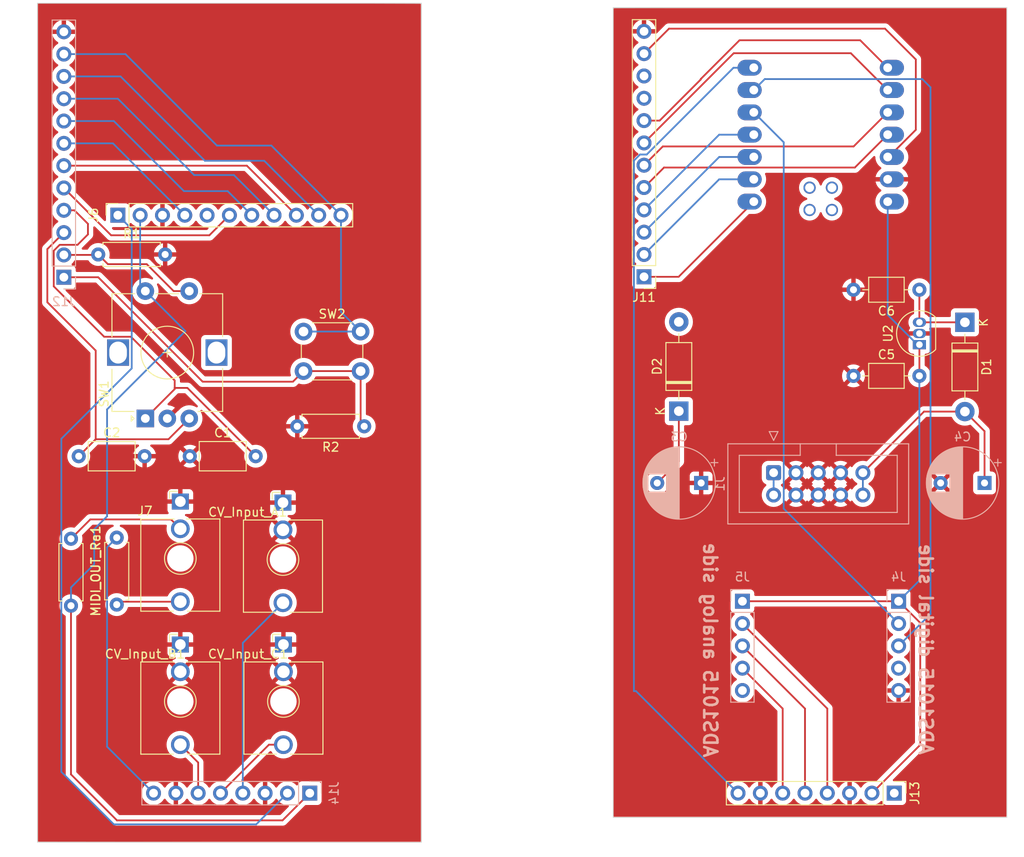
<source format=kicad_pcb>
(kicad_pcb (version 20221018) (generator pcbnew)
  (layers (0 "F.Cu" signal) (31 "B.Cu" signal) (34 "B.Paste" user) (35 "F.Paste" user) (36 "B.SilkS" user "B.Silkscreen") (37 "F.SilkS" user "F.Silkscreen") (38 "B.Mask" user) (39 "F.Mask" user) (44 "Edge.Cuts" user))
  (net 0 "")
  (net 1 "GND")
  (net 2 "+5V")
  (net 3 "i2c SDA")
  (net 4 "i2c SCL")
  (net 5 "ADS Interrupt")
  (net 6 "Net-(D2-K)")
  (net 7 "Net-(D1-A)")
  (net 8 "+12V")
  (net 9 "CV GND")
  (net 10 "A2 input Frontboard")
  (net 11 "A1 input Frontboard")
  (net 12 "-12V")
  (net 13 "A0 input Frontboard")
  (net 14 "TFT lit Backboard")
  (net 15 "SPI CLK Frontboard")
  (net 16 "MISO Frontboard")
  (net 17 "MOSI Frontboard")
  (net 18 "TFT CS Frontboard")
  (net 19 "TFT reset Frontboard")
  (net 20 "TFT DC Frontboard")
  (net 21 "SD CS Frontboard")
  (net 22 "TFT lit Frontboard")
  (net 23 "Net-(J7-PadT)")
  (net 24 "Back button Backboard")
  (net 25 "Encoder button Backboard")
  (net 26 "Encoder left Backboard")
  (net 27 "Encoder right Backboard")
  (net 28 "TFT CS Backboard")
  (net 29 "SPI CLK Backboard")
  (net 30 "TFT DC Backboard")
  (net 31 "MOSI Backboard")
  (net 32 "TFT reset Backboard")
  (net 33 "SD CS Backboard")
  (net 34 "Back button Frontboard")
  (net 35 "Encoder button Frontboard")
  (net 36 "Encoder left Frontboard")
  (net 37 "Encoder right Frontboard")
  (net 38 "A0 input Backboard")
  (net 39 "A1 input Backboard")
  (net 40 "A2 input Backboard")
  (net 41 "MIDI TX Backboard")
  (net 42 "MIDI TX Frontboard")
  (net 43 "Net-(J7-PadR)")
  (footprint "Package_TO_SOT_THT:TO-92_Inline" (layer "F.Cu") (at 158.2972 76.454 90)
    (fp_text reference "U2" (at 1.27 -3.56 90) (layer "F.SilkS"))
    (fp_text value "L78L05_TO92")
    (pad "1" thru_hole rect (at 0 0 90) (size 1.05 1.5) (drill 0.75) (layers "*.Cu" "*.Mask") (net 2 "+5V"))
    (pad "2" thru_hole oval (at 1.27 0 90) (size 1.05 1.5) (drill 0.75) (layers "*.Cu" "*.Mask") (net 1 "GND"))
    (pad "3" thru_hole oval (at 2.54 0 90) (size 1.05 1.5) (drill 0.75) (layers "*.Cu" "*.Mask") (net 8 "+12V"))
  )
  (footprint "Capacitor_THT:C_Axial_L5.1mm_D3.1mm_P7.50mm_Horizontal" (layer "F.Cu") (at 62.604 89.154)
    (fp_text reference "C2" (at 3.75 -2.67) (layer "F.SilkS"))
    (fp_text value "C_Small")
    (pad "1" thru_hole circle (at 0 0) (size 1.6 1.6) (drill 0.8) (layers "*.Cu" "*.Mask") (net 36 "Encoder left Frontboard"))
    (pad "2" thru_hole oval (at 7.5 0) (size 1.6 1.6) (drill 0.8) (layers "*.Cu" "*.Mask") (net 1 "GND"))
  )
  (footprint "Resistor_THT:R_Axial_DIN0207_L6.3mm_D2.5mm_P7.62mm_Horizontal" (layer "F.Cu") (at 95.0976 85.7504 180)
    (fp_text reference "R2" (at 3.81 -2.37) (layer "F.SilkS"))
    (fp_text value "10K")
    (pad "1" thru_hole circle (at 0 0 180) (size 1.6 1.6) (drill 0.8) (layers "*.Cu" "*.Mask") (net 34 "Back button Frontboard"))
    (pad "2" thru_hole oval (at 7.62 0 180) (size 1.6 1.6) (drill 0.8) (layers "*.Cu" "*.Mask") (net 1 "GND"))
  )
  (footprint "Resistor_THT:R_Axial_DIN0207_L6.3mm_D2.5mm_P7.62mm_Horizontal" (layer "F.Cu") (at 66.929 106.045 90)
    (fp_text reference "MIDI_OUT_Rc1" (at 3.81 -2.37 90) (layer "F.SilkS"))
    (fp_text value "10r")
    (pad "1" thru_hole circle (at 0 0 90) (size 1.6 1.6) (drill 0.8) (layers "*.Cu" "*.Mask") (net 23 "Net-(J7-PadT)"))
    (pad "2" thru_hole oval (at 7.62 0 90) (size 1.6 1.6) (drill 0.8) (layers "*.Cu" "*.Mask") (net 42 "MIDI TX Frontboard"))
  )
  (footprint "Connector_PinHeader_2.54mm:PinHeader_1x08_P2.54mm_Vertical" (layer "F.Cu") (at 155.433 127.508 -90)
    (fp_text reference "J13" (at 0 -2.33 90) (layer "F.SilkS"))
    (fp_text value "Backboard Conn 2")
    (pad "1" thru_hole rect (at 0 0 270) (size 1.7 1.7) (drill 1) (layers "*.Cu" "*.Mask") (net 14 "TFT lit Backboard"))
    (pad "2" thru_hole oval (at 0 2.54 270) (size 1.7 1.7) (drill 1) (layers "*.Cu" "*.Mask") (net 2 "+5V"))
    (pad "3" thru_hole oval (at 0 5.08 270) (size 1.7 1.7) (drill 1) (layers "*.Cu" "*.Mask") (net 1 "GND"))
    (pad "4" thru_hole oval (at 0 7.62 270) (size 1.7 1.7) (drill 1) (layers "*.Cu" "*.Mask") (net 38 "A0 input Backboard"))
    (pad "5" thru_hole oval (at 0 10.16 270) (size 1.7 1.7) (drill 1) (layers "*.Cu" "*.Mask") (net 39 "A1 input Backboard"))
    (pad "6" thru_hole oval (at 0 12.7 270) (size 1.7 1.7) (drill 1) (layers "*.Cu" "*.Mask") (net 40 "A2 input Backboard"))
    (pad "7" thru_hole oval (at 0 15.24 270) (size 1.7 1.7) (drill 1) (layers "*.Cu" "*.Mask") (net 1 "GND"))
    (pad "8" thru_hole oval (at 0 17.78 270) (size 1.7 1.7) (drill 1) (layers "*.Cu" "*.Mask") (net 41 "MIDI TX Backboard"))
  )
  (footprint "Resistor_THT:R_Axial_DIN0207_L6.3mm_D2.5mm_P7.62mm_Horizontal" (layer "F.Cu") (at 61.722 98.552 -90)
    (fp_text reference "MIDI_OUT_Ra1" (at 3.6576 -2.794 90) (layer "F.SilkS"))
    (fp_text value "33r")
    (pad "1" thru_hole circle (at 0 0 270) (size 1.6 1.6) (drill 0.8) (layers "*.Cu" "*.Mask") (net 43 "Net-(J7-PadR)"))
    (pad "2" thru_hole oval (at 7.62 0 270) (size 1.6 1.6) (drill 0.8) (layers "*.Cu" "*.Mask") (net 14 "TFT lit Backboard"))
  )
  (footprint "Button_Switch_THT:SW_PUSH_6mm_H13mm" (layer "F.Cu") (at 88.19 74.966)
    (fp_text reference "SW2" (at 3.25 -2) (layer "F.SilkS"))
    (fp_text value "Back button")
    (pad "1" thru_hole circle (at 0 0 90) (size 2 2) (drill 1.1) (layers "*.Cu" "*.Mask") (net 22 "TFT lit Frontboard"))
    (pad "1" thru_hole circle (at 6.5 0 90) (size 2 2) (drill 1.1) (layers "*.Cu" "*.Mask") (net 22 "TFT lit Frontboard"))
    (pad "2" thru_hole circle (at 0 4.5 90) (size 2 2) (drill 1.1) (layers "*.Cu" "*.Mask") (net 34 "Back button Frontboard"))
    (pad "2" thru_hole circle (at 6.5 4.5 90) (size 2 2) (drill 1.1) (layers "*.Cu" "*.Mask") (net 34 "Back button Frontboard"))
  )
  (footprint "Diode_THT:D_DO-41_SOD81_P10.16mm_Horizontal" (layer "F.Cu") (at 163.4744 73.914 -90)
    (fp_text reference "D1" (at 5.08 -2.47 90) (layer "F.SilkS"))
    (fp_text value "1N5817")
    (fp_text user "K" (at 0 -2.1 90) (layer "F.SilkS"))
    (pad "1" thru_hole rect (at 0 0 270) (size 2.2 2.2) (drill 1.1) (layers "*.Cu" "*.Mask") (net 8 "+12V"))
    (pad "2" thru_hole oval (at 10.16 0 270) (size 2.2 2.2) (drill 1.1) (layers "*.Cu" "*.Mask") (net 7 "Net-(D1-A)"))
  )
  (footprint "Rotary_Encoder:RotaryEncoder_Alps_EC12E-Switch_Vertical_H20mm" (layer "F.Cu") (at 70.184 84.858 90)
    (fp_text reference "SW1" (at 2.8 -4.7 90) (layer "F.SilkS"))
    (fp_text value "RotaryEncoder_Switch")
    (pad "A" thru_hole rect (at 0 0 90) (size 2 2) (drill 1) (layers "*.Cu" "*.Mask") (net 37 "Encoder right Frontboard"))
    (pad "B" thru_hole circle (at 0 5 90) (size 2 2) (drill 1) (layers "*.Cu" "*.Mask") (net 36 "Encoder left Frontboard"))
    (pad "C" thru_hole circle (at 0 2.5 90) (size 2 2) (drill 1) (layers "*.Cu" "*.Mask") (net 1 "GND"))
    (pad "MP" thru_hole rect (at 7.5 -3.1 90) (size 3 2.5) (drill oval 2.5 2) (layers "*.Cu" "*.Mask"))
    (pad "MP" thru_hole rect (at 7.5 8.1 90) (size 3 2.5) (drill oval 2.5 2) (layers "*.Cu" "*.Mask"))
    (pad "S1" thru_hole circle (at 14.5 0 90) (size 2 2) (drill 1) (layers "*.Cu" "*.Mask") (net 14 "TFT lit Backboard"))
    (pad "S2" thru_hole circle (at 14.5 5 90) (size 2 2) (drill 1) (layers "*.Cu" "*.Mask") (net 35 "Encoder button Frontboard"))
  )
  (footprint "Connector_Audio:Jack_3.5mm_QingPu_WQP-PJ398SM_Vertical_CircularHoles" (layer "F.Cu") (at 85.852 94.436)
    (fp_text reference "CV_Input_A1" (at -4.03 1.08 180) (layer "F.SilkS"))
    (fp_text value "AudioJack2_SwitchT")
    (pad "S" thru_hole rect (at 0 0 180) (size 1.93 1.83) (drill 1.22) (layers "*.Cu" "*.Mask") (net 1 "GND"))
    (pad "T" thru_hole circle (at 0 11.4 180) (size 2.13 2.13) (drill 1.43) (layers "*.Cu" "*.Mask") (net 13 "A0 input Frontboard"))
    (pad "TN" thru_hole circle (at 0 3.1 180) (size 2.13 2.13) (drill 1.42) (layers "*.Cu" "*.Mask") (net 1 "GND"))
    (zone (net 0) (net_name "") (layer "F.Cu") (connect_pads (clearance 0)) (min_thickness 0.254)
      (keepout (tracks not_allowed) (vias not_allowed) (pads not_allowed) (copperpour not_allowed) (footprints not_allowed))
      (fill (thermal_gap 0.508) (thermal_bridge_width 0.508))
      (polygon (pts (xy 87.357141 100.916) (xy 87.33693 100.670171) (xy 87.276841 100.430945) (xy 87.178486 100.204744) (xy 87.044508 99.997645) (xy 86.878504 99.81521) (xy 86.684932 99.662336) (xy 86.468992 99.543131) (xy 86.236482 99.460794) (xy 85.993646 99.417539) (xy 85.747007 99.414525) (xy 85.503187 99.451835) (xy 85.268734 99.528466) (xy 85.049946 99.64236) (xy 84.852697 99.790458) (xy 84.682286 99.968784) (xy 84.543288 100.172548) (xy 84.439436 100.396278) (xy 84.373519 100.633965) (xy 84.347308 100.879226) (xy 84.361507 101.125475) (xy 84.415734 101.366099) (xy 84.508532 101.594634) (xy 84.637411 101.804945) (xy 84.798908 101.991382) (xy 84.988687 102.148939) (xy 85.20165 102.273385) (xy 85.432079 102.361377) (xy 85.673785 102.410553) (xy 85.920278 102.419592) (xy 86.164936 102.38825) (xy 86.401191 102.31737) (xy 86.622697 102.208856) (xy 86.823505 102.065621) (xy 86.998223 101.891512) (xy 87.142158 101.691205) (xy 87.251445 101.470079) (xy 87.323149 101.234074) (xy 87.355344 100.989526)))
    )
  )
  (footprint "Capacitor_THT:C_Axial_L3.8mm_D2.6mm_P7.50mm_Horizontal" (layer "F.Cu") (at 150.7928 80.01)
    (fp_text reference "C5" (at 3.75 -2.42) (layer "F.SilkS"))
    (fp_text value "1uF")
    (pad "1" thru_hole circle (at 0 0) (size 1.6 1.6) (drill 0.8) (layers "*.Cu" "*.Mask") (net 1 "GND"))
    (pad "2" thru_hole oval (at 7.5 0) (size 1.6 1.6) (drill 0.8) (layers "*.Cu" "*.Mask") (net 2 "+5V"))
  )
  (footprint "Connector_PinSocket_2.54mm:PinSocket_1x11_P2.54mm_Vertical" (layer "F.Cu") (at 67.056 61.722 90)
    (fp_text reference "J6" (at 0 -2.77 90) (layer "F.SilkS"))
    (fp_text value "TFT ST7789")
    (pad "1" thru_hole rect (at 0 0 90) (size 1.7 1.7) (drill 1) (layers "*.Cu" "*.Mask") (net 2 "+5V"))
    (pad "2" thru_hole oval (at 0 2.54 90) (size 1.7 1.7) (drill 1) (layers "*.Cu" "*.Mask") (net 14 "TFT lit Backboard"))
    (pad "3" thru_hole oval (at 0 5.08 90) (size 1.7 1.7) (drill 1) (layers "*.Cu" "*.Mask") (net 1 "GND"))
    (pad "4" thru_hole oval (at 0 7.62 90) (size 1.7 1.7) (drill 1) (layers "*.Cu" "*.Mask") (net 15 "SPI CLK Frontboard"))
    (pad "5" thru_hole oval (at 0 10.16 90) (size 1.7 1.7) (drill 1) (layers "*.Cu" "*.Mask") (net 16 "MISO Frontboard"))
    (pad "6" thru_hole oval (at 0 12.7 90) (size 1.7 1.7) (drill 1) (layers "*.Cu" "*.Mask") (net 17 "MOSI Frontboard"))
    (pad "7" thru_hole oval (at 0 15.24 90) (size 1.7 1.7) (drill 1) (layers "*.Cu" "*.Mask") (net 18 "TFT CS Frontboard"))
    (pad "8" thru_hole oval (at 0 17.78 90) (size 1.7 1.7) (drill 1) (layers "*.Cu" "*.Mask") (net 19 "TFT reset Frontboard"))
    (pad "9" thru_hole oval (at 0 20.32 90) (size 1.7 1.7) (drill 1) (layers "*.Cu" "*.Mask") (net 20 "TFT DC Frontboard"))
    (pad "10" thru_hole oval (at 0 22.86 90) (size 1.7 1.7) (drill 1) (layers "*.Cu" "*.Mask") (net 21 "SD CS Frontboard"))
    (pad "11" thru_hole oval (at 0 25.4 90) (size 1.7 1.7) (drill 1) (layers "*.Cu" "*.Mask") (net 22 "TFT lit Frontboard"))
  )
  (footprint "Connector_PinHeader_2.54mm:PinHeader_1x12_P2.54mm_Vertical" (layer "F.Cu") (at 126.9492 68.7324 180)
    (fp_text reference "J11" (at 0 -2.33) (layer "F.SilkS"))
    (fp_text value "Backboard Conn 1")
    (pad "1" thru_hole rect (at 0 0 180) (size 1.7 1.7) (drill 1) (layers "*.Cu" "*.Mask") (net 24 "Back button Backboard"))
    (pad "2" thru_hole oval (at 0 2.54 180) (size 1.7 1.7) (drill 1) (layers "*.Cu" "*.Mask") (net 25 "Encoder button Backboard"))
    (pad "3" thru_hole oval (at 0 5.08 180) (size 1.7 1.7) (drill 1) (layers "*.Cu" "*.Mask") (net 26 "Encoder left Backboard"))
    (pad "4" thru_hole oval (at 0 7.62 180) (size 1.7 1.7) (drill 1) (layers "*.Cu" "*.Mask") (net 27 "Encoder right Backboard"))
    (pad "5" thru_hole oval (at 0 10.16 180) (size 1.7 1.7) (drill 1) (layers "*.Cu" "*.Mask") (net 31 "MOSI Backboard"))
    (pad "6" thru_hole oval (at 0 12.7 180) (size 1.7 1.7) (drill 1) (layers "*.Cu" "*.Mask") (net 30 "TFT DC Backboard"))
    (pad "7" thru_hole oval (at 0 15.24 180) (size 1.7 1.7) (drill 1) (layers "*.Cu" "*.Mask") (net 29 "SPI CLK Backboard"))
    (pad "8" thru_hole oval (at 0 17.78 180) (size 1.7 1.7) (drill 1) (layers "*.Cu" "*.Mask") (net 28 "TFT CS Backboard"))
    (pad "9" thru_hole oval (at 0 20.32 180) (size 1.7 1.7) (drill 1) (layers "*.Cu" "*.Mask") (net 32 "TFT reset Backboard"))
    (pad "10" thru_hole oval (at 0 22.86 180) (size 1.7 1.7) (drill 1) (layers "*.Cu" "*.Mask") (net 33 "SD CS Backboard"))
    (pad "11" thru_hole oval (at 0 25.4 180) (size 1.7 1.7) (drill 1) (layers "*.Cu" "*.Mask") (net 14 "TFT lit Backboard"))
    (pad "12" thru_hole oval (at 0 27.94 180) (size 1.7 1.7) (drill 1) (layers "*.Cu" "*.Mask") (net 1 "GND"))
  )
  (footprint "Connector_Audio:Jack_3.5mm_QingPu_WQP-PJ398SM_Vertical_CircularHoles" (layer "F.Cu") (at 85.9028 110.5916)
    (fp_text reference "CV_Input_C1" (at -4.03 1.08 180) (layer "F.SilkS"))
    (fp_text value "AudioJack2_SwitchT")
    (pad "S" thru_hole rect (at 0 0 180) (size 1.93 1.83) (drill 1.22) (layers "*.Cu" "*.Mask") (net 1 "GND"))
    (pad "T" thru_hole circle (at 0 11.4 180) (size 2.13 2.13) (drill 1.43) (layers "*.Cu" "*.Mask") (net 11 "A1 input Frontboard"))
    (pad "TN" thru_hole circle (at 0 3.1 180) (size 2.13 2.13) (drill 1.42) (layers "*.Cu" "*.Mask") (net 1 "GND"))
    (zone (net 0) (net_name "") (layer "F.Cu") (connect_pads (clearance 0)) (min_thickness 0.254)
      (keepout (tracks not_allowed) (vias not_allowed) (pads not_allowed) (copperpour not_allowed) (footprints not_allowed))
      (fill (thermal_gap 0.508) (thermal_bridge_width 0.508))
      (polygon (pts (xy 87.407941 117.0716) (xy 87.38773 116.825771) (xy 87.327641 116.586545) (xy 87.229286 116.360344) (xy 87.095308 116.153245) (xy 86.929304 115.97081) (xy 86.735732 115.817936) (xy 86.519792 115.698731) (xy 86.287282 115.616394) (xy 86.044446 115.573139) (xy 85.797807 115.570125) (xy 85.553987 115.607435) (xy 85.319534 115.684066) (xy 85.100746 115.79796) (xy 84.903497 115.946058) (xy 84.733086 116.124384) (xy 84.594088 116.328148) (xy 84.490236 116.551878) (xy 84.424319 116.789565) (xy 84.398108 117.034826) (xy 84.412307 117.281075) (xy 84.466534 117.521699) (xy 84.559332 117.750234) (xy 84.688211 117.960545) (xy 84.849708 118.146982) (xy 85.039487 118.304539) (xy 85.25245 118.428985) (xy 85.482879 118.516977) (xy 85.724585 118.566153) (xy 85.971078 118.575192) (xy 86.215736 118.54385) (xy 86.451991 118.47297) (xy 86.673497 118.364456) (xy 86.874305 118.221221) (xy 87.049023 118.047112) (xy 87.192958 117.846805) (xy 87.302245 117.625679) (xy 87.373949 117.389674) (xy 87.406144 117.145126)))
    )
  )
  (footprint "Capacitor_THT:C_Axial_L5.1mm_D3.1mm_P7.50mm_Horizontal" (layer "F.Cu") (at 75.244 89.154)
    (fp_text reference "C1" (at 3.75 -2.67) (layer "F.SilkS"))
    (fp_text value "C_Small")
    (pad "1" thru_hole circle (at 0 0) (size 1.6 1.6) (drill 0.8) (layers "*.Cu" "*.Mask") (net 1 "GND"))
    (pad "2" thru_hole oval (at 7.5 0) (size 1.6 1.6) (drill 0.8) (layers "*.Cu" "*.Mask") (net 37 "Encoder right Frontboard"))
  )
  (footprint "doctea:Jack_3.5mm_QingPu_WQP-PJ398SM_TRS_Vertical_CircularHoles" (layer "F.Cu") (at 74.168 94.316)
    (fp_text reference "J7" (at -4.03 1.08 180) (layer "F.SilkS"))
    (fp_text value "TRS MIDI Out")
    (pad "R" thru_hole circle (at 0 3.1 180) (size 2.13 2.13) (drill 1.42) (layers "*.Cu" "*.Mask") (net 43 "Net-(J7-PadR)"))
    (pad "S" thru_hole rect (at 0 0 180) (size 1.93 1.83) (drill 1.22) (layers "*.Cu" "*.Mask") (net 1 "GND"))
    (pad "T" thru_hole circle (at 0 11.4 180) (size 2.13 2.13) (drill 1.43) (layers "*.Cu" "*.Mask") (net 23 "Net-(J7-PadT)"))
    (zone (net 0) (net_name "") (layer "F.Cu") (connect_pads (clearance 0)) (min_thickness 0.254)
      (keepout (tracks not_allowed) (vias not_allowed) (pads not_allowed) (copperpour not_allowed) (footprints not_allowed))
      (fill (thermal_gap 0.508) (thermal_bridge_width 0.508))
      (polygon (pts (xy 75.673141 100.796) (xy 75.65293 100.550171) (xy 75.592841 100.310945) (xy 75.494486 100.084744) (xy 75.360508 99.877645) (xy 75.194504 99.69521) (xy 75.000932 99.542336) (xy 74.784992 99.423131) (xy 74.552482 99.340794) (xy 74.309646 99.297539) (xy 74.063007 99.294525) (xy 73.819187 99.331835) (xy 73.584734 99.408466) (xy 73.365946 99.52236) (xy 73.168697 99.670458) (xy 72.998286 99.848784) (xy 72.859288 100.052548) (xy 72.755436 100.276278) (xy 72.689519 100.513965) (xy 72.663308 100.759226) (xy 72.677507 101.005475) (xy 72.731734 101.246099) (xy 72.824532 101.474634) (xy 72.953411 101.684945) (xy 73.114908 101.871382) (xy 73.304687 102.028939) (xy 73.51765 102.153385) (xy 73.748079 102.241377) (xy 73.989785 102.290553) (xy 74.236278 102.299592) (xy 74.480936 102.26825) (xy 74.717191 102.19737) (xy 74.938697 102.088856) (xy 75.139505 101.945621) (xy 75.314223 101.771512) (xy 75.458158 101.571205) (xy 75.567445 101.350079) (xy 75.639149 101.114074) (xy 75.671344 100.869526)))
    )
  )
  (footprint "Resistor_THT:R_Axial_DIN0207_L6.3mm_D2.5mm_P7.62mm_Horizontal" (layer "F.Cu") (at 64.8208 66.1924)
    (fp_text reference "R1" (at 3.81 -2.37) (layer "F.SilkS"))
    (fp_text value "10K")
    (pad "1" thru_hole circle (at 0 0) (size 1.6 1.6) (drill 0.8) (layers "*.Cu" "*.Mask") (net 35 "Encoder button Frontboard"))
    (pad "2" thru_hole oval (at 7.62 0) (size 1.6 1.6) (drill 0.8) (layers "*.Cu" "*.Mask") (net 1 "GND"))
  )
  (footprint "Capacitor_THT:C_Axial_L3.8mm_D2.6mm_P7.50mm_Horizontal" (layer "F.Cu") (at 158.2928 70.2056 180)
    (fp_text reference "C6" (at 3.75 -2.42) (layer "F.SilkS"))
    (fp_text value "10uF")
    (pad "1" thru_hole circle (at 0 0 180) (size 1.6 1.6) (drill 0.8) (layers "*.Cu" "*.Mask") (net 8 "+12V"))
    (pad "2" thru_hole oval (at 7.5 0 180) (size 1.6 1.6) (drill 0.8) (layers "*.Cu" "*.Mask") (net 1 "GND"))
  )
  (footprint "Connector_Audio:Jack_3.5mm_QingPu_WQP-PJ398SM_Vertical_CircularHoles" (layer "F.Cu") (at 74.168 110.5916)
    (fp_text reference "CV_Input_B1" (at -4.03 1.08 180) (layer "F.SilkS"))
    (fp_text value "AudioJack2_SwitchT")
    (pad "S" thru_hole rect (at 0 0 180) (size 1.93 1.83) (drill 1.22) (layers "*.Cu" "*.Mask") (net 1 "GND"))
    (pad "T" thru_hole circle (at 0 11.4 180) (size 2.13 2.13) (drill 1.43) (layers "*.Cu" "*.Mask") (net 10 "A2 input Frontboard"))
    (pad "TN" thru_hole circle (at 0 3.1 180) (size 2.13 2.13) (drill 1.42) (layers "*.Cu" "*.Mask") (net 1 "GND"))
    (zone (net 0) (net_name "") (layer "F.Cu") (connect_pads (clearance 0)) (min_thickness 0.254)
      (keepout (tracks not_allowed) (vias not_allowed) (pads not_allowed) (copperpour not_allowed) (footprints not_allowed))
      (fill (thermal_gap 0.508) (thermal_bridge_width 0.508))
      (polygon (pts (xy 75.673141 117.0716) (xy 75.65293 116.825771) (xy 75.592841 116.586545) (xy 75.494486 116.360344) (xy 75.360508 116.153245) (xy 75.194504 115.97081) (xy 75.000932 115.817936) (xy 74.784992 115.698731) (xy 74.552482 115.616394) (xy 74.309646 115.573139) (xy 74.063007 115.570125) (xy 73.819187 115.607435) (xy 73.584734 115.684066) (xy 73.365946 115.79796) (xy 73.168697 115.946058) (xy 72.998286 116.124384) (xy 72.859288 116.328148) (xy 72.755436 116.551878) (xy 72.689519 116.789565) (xy 72.663308 117.034826) (xy 72.677507 117.281075) (xy 72.731734 117.521699) (xy 72.824532 117.750234) (xy 72.953411 117.960545) (xy 73.114908 118.146982) (xy 73.304687 118.304539) (xy 73.51765 118.428985) (xy 73.748079 118.516977) (xy 73.989785 118.566153) (xy 74.236278 118.575192) (xy 74.480936 118.54385) (xy 74.717191 118.47297) (xy 74.938697 118.364456) (xy 75.139505 118.221221) (xy 75.314223 118.047112) (xy 75.458158 117.846805) (xy 75.567445 117.625679) (xy 75.639149 117.389674) (xy 75.671344 117.145126)))
    )
  )
  (footprint "Diode_THT:D_DO-41_SOD81_P10.16mm_Horizontal" (layer "F.Cu") (at 130.9116 84.0232 90)
    (fp_text reference "D2" (at 5.08 -2.47 90) (layer "F.SilkS"))
    (fp_text value "1N5817")
    (fp_text user "K" (at 0 -2.1 90) (layer "F.SilkS"))
    (pad "1" thru_hole rect (at 0 0 90) (size 2.2 2.2) (drill 1.1) (layers "*.Cu" "*.Mask") (net 6 "Net-(D2-K)"))
    (pad "2" thru_hole oval (at 10.16 0 90) (size 2.2 2.2) (drill 1.1) (layers "*.Cu" "*.Mask") (net 12 "-12V"))
  )
  (footprint "Connector_PinSocket_2.54mm:PinSocket_1x05_P2.54mm_Vertical" (layer "B.Cu") (at 155.9302 105.664 180)
    (fp_text reference "J4" (at 0 2.77) (layer "B.SilkS") (effects (justify mirror)))
    (fp_text value "ADS1015 digital side")
    (pad "1" thru_hole rect (at 0 0 180) (size 1.7 1.7) (drill 1) (layers "*.Cu" "*.Mask") (net 2 "+5V"))
    (pad "2" thru_hole oval (at 0 -2.54 180) (size 1.7 1.7) (drill 1) (layers "*.Cu" "*.Mask") (net 3 "i2c SDA"))
    (pad "3" thru_hole oval (at 0 -5.08 180) (size 1.7 1.7) (drill 1) (layers "*.Cu" "*.Mask") (net 4 "i2c SCL"))
    (pad "4" thru_hole oval (at 0 -7.62 180) (size 1.7 1.7) (drill 1) (layers "*.Cu" "*.Mask") (net 5 "ADS Interrupt"))
    (pad "5" thru_hole oval (at 0 -10.16 180) (size 1.7 1.7) (drill 1) (layers "*.Cu" "*.Mask") (net 1 "GND"))
  )
  (footprint "Capacitor_THT:CP_Radial_D8.0mm_P5.00mm" (layer "B.Cu") (at 165.7096 92.202 180)
    (fp_text reference "C4" (at 2.5 5.25) (layer "B.SilkS") (effects (justify mirror)))
    (fp_text value "C_Polarized_Small")
    (pad "1" thru_hole rect (at 0 0 180) (size 1.6 1.6) (drill 0.8) (layers "*.Cu" "*.Mask") (net 7 "Net-(D1-A)"))
    (pad "2" thru_hole circle (at 5 0 180) (size 1.6 1.6) (drill 0.8) (layers "*.Cu" "*.Mask") (net 1 "GND"))
  )
  (footprint "Connector_PinSocket_2.54mm:PinSocket_1x12_P2.54mm_Vertical" (layer "B.Cu") (at 60.9092 68.7832)
    (fp_text reference "J12" (at 0 2.77) (layer "B.SilkS") (effects (justify mirror)))
    (fp_text value "Frontboard Conn 1")
    (pad "1" thru_hole rect (at 0 0) (size 1.7 1.7) (drill 1) (layers "*.Cu" "*.Mask") (net 34 "Back button Frontboard"))
    (pad "2" thru_hole oval (at 0 -2.54) (size 1.7 1.7) (drill 1) (layers "*.Cu" "*.Mask") (net 35 "Encoder button Frontboard"))
    (pad "3" thru_hole oval (at 0 -5.08) (size 1.7 1.7) (drill 1) (layers "*.Cu" "*.Mask") (net 36 "Encoder left Frontboard"))
    (pad "4" thru_hole oval (at 0 -7.62) (size 1.7 1.7) (drill 1) (layers "*.Cu" "*.Mask") (net 37 "Encoder right Frontboard"))
    (pad "5" thru_hole oval (at 0 -10.16) (size 1.7 1.7) (drill 1) (layers "*.Cu" "*.Mask") (net 17 "MOSI Frontboard"))
    (pad "6" thru_hole oval (at 0 -12.7) (size 1.7 1.7) (drill 1) (layers "*.Cu" "*.Mask") (net 20 "TFT DC Frontboard"))
    (pad "7" thru_hole oval (at 0 -15.24) (size 1.7 1.7) (drill 1) (layers "*.Cu" "*.Mask") (net 15 "SPI CLK Frontboard"))
    (pad "8" thru_hole oval (at 0 -17.78) (size 1.7 1.7) (drill 1) (layers "*.Cu" "*.Mask") (net 18 "TFT CS Frontboard"))
    (pad "9" thru_hole oval (at 0 -20.32) (size 1.7 1.7) (drill 1) (layers "*.Cu" "*.Mask") (net 19 "TFT reset Frontboard"))
    (pad "10" thru_hole oval (at 0 -22.86) (size 1.7 1.7) (drill 1) (layers "*.Cu" "*.Mask") (net 21 "SD CS Frontboard"))
    (pad "11" thru_hole oval (at 0 -25.4) (size 1.7 1.7) (drill 1) (layers "*.Cu" "*.Mask") (net 22 "TFT lit Frontboard"))
    (pad "12" thru_hole oval (at 0 -27.94) (size 1.7 1.7) (drill 1) (layers "*.Cu" "*.Mask") (net 1 "GND"))
  )
  (footprint "Connector_PinSocket_2.54mm:PinSocket_1x08_P2.54mm_Vertical" (layer "B.Cu") (at 88.9 127.508 90)
    (fp_text reference "J14" (at 0 2.77 90) (layer "B.SilkS") (effects (justify mirror)))
    (fp_text value "Frontboard Conn 2")
    (pad "1" thru_hole rect (at 0 0 90) (size 1.7 1.7) (drill 1) (layers "*.Cu" "*.Mask") (net 14 "TFT lit Backboard"))
    (pad "2" thru_hole oval (at 0 -2.54 90) (size 1.7 1.7) (drill 1) (layers "*.Cu" "*.Mask") (net 2 "+5V"))
    (pad "3" thru_hole oval (at 0 -5.08 90) (size 1.7 1.7) (drill 1) (layers "*.Cu" "*.Mask") (net 1 "GND"))
    (pad "4" thru_hole oval (at 0 -7.62 90) (size 1.7 1.7) (drill 1) (layers "*.Cu" "*.Mask") (net 13 "A0 input Frontboard"))
    (pad "5" thru_hole oval (at 0 -10.16 90) (size 1.7 1.7) (drill 1) (layers "*.Cu" "*.Mask") (net 11 "A1 input Frontboard"))
    (pad "6" thru_hole oval (at 0 -12.7 90) (size 1.7 1.7) (drill 1) (layers "*.Cu" "*.Mask") (net 10 "A2 input Frontboard"))
    (pad "7" thru_hole oval (at 0 -15.24 90) (size 1.7 1.7) (drill 1) (layers "*.Cu" "*.Mask") (net 1 "GND"))
    (pad "8" thru_hole oval (at 0 -17.78 90) (size 1.7 1.7) (drill 1) (layers "*.Cu" "*.Mask") (net 42 "MIDI TX Frontboard"))
  )
  (footprint "Connector_PinSocket_2.54mm:PinSocket_1x05_P2.54mm_Vertical" (layer "B.Cu") (at 138.1502 105.664 180)
    (fp_text reference "J5" (at 0 2.77) (layer "B.SilkS") (effects (justify mirror)))
    (fp_text value "ADS1015 analog side")
    (pad "1" thru_hole rect (at 0 0 180) (size 1.7 1.7) (drill 1) (layers "*.Cu" "*.Mask") (net 2 "+5V"))
    (pad "2" thru_hole oval (at 0 -2.54 180) (size 1.7 1.7) (drill 1) (layers "*.Cu" "*.Mask") (net 38 "A0 input Backboard"))
    (pad "3" thru_hole oval (at 0 -5.08 180) (size 1.7 1.7) (drill 1) (layers "*.Cu" "*.Mask") (net 39 "A1 input Backboard"))
    (pad "4" thru_hole oval (at 0 -7.62 180) (size 1.7 1.7) (drill 1) (layers "*.Cu" "*.Mask") (net 40 "A2 input Backboard"))
    (pad "5" thru_hole oval (at 0 -10.16 180) (size 1.7 1.7) (drill 1) (layers "*.Cu" "*.Mask") (net 9 "CV GND"))
  )
  (footprint "Seeeduino XIAO KICAD:xiao-tht" (layer "B.Cu") (at 147.066 52.555494)
    (fp_text reference "U1" hide)
    (fp_text value "SeeeduinoXIAO" hide)
    (pad "1" thru_hole oval (at -7.62 7.62) (size 2.75 1.8) (drill 1 (offset -0.475 0)) (layers "*.Cu" "*.Mask") (net 24 "Back button Backboard"))
    (pad "2" thru_hole oval (at -7.62 5.08) (size 2.75 1.8) (drill 1 (offset -0.475 0)) (layers "*.Cu" "*.Mask") (net 25 "Encoder button Backboard"))
    (pad "3" thru_hole oval (at -7.62 2.54) (size 2.75 1.8) (drill 1 (offset -0.475 0)) (layers "*.Cu" "*.Mask") (net 26 "Encoder left Backboard"))
    (pad "4" thru_hole oval (at -7.62 0) (size 2.75 1.8) (drill 1 (offset -0.475 0)) (layers "*.Cu" "*.Mask") (net 27 "Encoder right Backboard"))
    (pad "5" thru_hole oval (at -7.62 -2.54) (size 2.75 1.8) (drill 1 (offset -0.475 0)) (layers "*.Cu" "*.Mask") (net 3 "i2c SDA"))
    (pad "6" thru_hole oval (at -7.62 -5.08) (size 2.75 1.8) (drill 1 (offset -0.475 0)) (layers "*.Cu" "*.Mask") (net 4 "i2c SCL"))
    (pad "7" thru_hole oval (at -7.62 -7.62) (size 2.75 1.8) (drill 1 (offset -0.475 0)) (layers "*.Cu" "*.Mask") (net 41 "MIDI TX Backboard"))
    (pad "8" thru_hole oval (at 7.62 -7.62 180) (size 2.75 1.8) (drill 1 (offset -0.475 0)) (layers "*.Cu" "*.Mask") (net 28 "TFT CS Backboard"))
    (pad "9" thru_hole oval (at 7.62 -5.08 180) (size 2.75 1.8) (drill 1 (offset -0.475 0)) (layers "*.Cu" "*.Mask") (net 29 "SPI CLK Backboard"))
    (pad "10" thru_hole oval (at 7.62 -2.54 180) (size 2.75 1.8) (drill 1 (offset -0.475 0)) (layers "*.Cu" "*.Mask") (net 30 "TFT DC Backboard"))
    (pad "11" thru_hole oval (at 7.62 0 180) (size 2.75 1.8) (drill 1 (offset -0.475 0)) (layers "*.Cu" "*.Mask") (net 31 "MOSI Backboard"))
    (pad "12" thru_hole oval (at 7.62 2.54 180) (size 2.75 1.8) (drill 1 (offset -0.475 0)) (layers "*.Cu" "*.Mask") (net 14 "TFT lit Backboard"))
    (pad "13" thru_hole oval (at 7.62 5.08 180) (size 2.75 1.8) (drill 1 (offset -0.475 0)) (layers "*.Cu" "*.Mask") (net 1 "GND"))
    (pad "14" thru_hole oval (at 7.62 7.62 180) (size 2.75 1.8) (drill 1 (offset -0.475 0)) (layers "*.Cu" "*.Mask") (net 2 "+5V"))
    (pad "15" thru_hole circle (at -1.27 8.572 270) (size 1.397 1.397) (drill 1.016) (layers "*.Cu" "*.Mask"))
    (pad "16" thru_hole circle (at 1.27 8.572 270) (size 1.397 1.397) (drill 1.016) (layers "*.Cu" "*.Mask"))
    (pad "17" thru_hole circle (at -1.27 6.032 270) (size 1.397 1.397) (drill 1.016) (layers "*.Cu" "*.Mask"))
    (pad "18" thru_hole circle (at 1.27 6.032 270) (size 1.397 1.397) (drill 1.016) (layers "*.Cu" "*.Mask"))
  )
  (footprint "Connector_IDC:IDC-Header_2x05_P2.54mm_Vertical" (layer "B.Cu") (at 141.701898 91.0336 -90)
    (fp_text reference "J1" (at 1.27 6.1 90) (layer "B.SilkS") (effects (justify mirror)))
    (fp_text value "Conn_02x05_Odd_Even")
    (pad "1" thru_hole roundrect (at 0 0 270) (size 1.7 1.7) (drill 1) (layers "*.Cu" "*.Mask") (roundrect_rratio 0.147059) (net 6 "Net-(D2-K)"))
    (pad "2" thru_hole circle (at 2.54 0 270) (size 1.7 1.7) (drill 1) (layers "*.Cu" "*.Mask") (net 6 "Net-(D2-K)"))
    (pad "3" thru_hole circle (at 0 -2.54 270) (size 1.7 1.7) (drill 1) (layers "*.Cu" "*.Mask") (net 1 "GND"))
    (pad "4" thru_hole circle (at 2.54 -2.54 270) (size 1.7 1.7) (drill 1) (layers "*.Cu" "*.Mask") (net 1 "GND"))
    (pad "5" thru_hole circle (at 0 -5.08 270) (size 1.7 1.7) (drill 1) (layers "*.Cu" "*.Mask") (net 1 "GND"))
    (pad "6" thru_hole circle (at 2.54 -5.08 270) (size 1.7 1.7) (drill 1) (layers "*.Cu" "*.Mask") (net 1 "GND"))
    (pad "7" thru_hole circle (at 0 -7.62 270) (size 1.7 1.7) (drill 1) (layers "*.Cu" "*.Mask") (net 1 "GND"))
    (pad "8" thru_hole circle (at 2.54 -7.62 270) (size 1.7 1.7) (drill 1) (layers "*.Cu" "*.Mask") (net 1 "GND"))
    (pad "9" thru_hole circle (at 0 -10.16 270) (size 1.7 1.7) (drill 1) (layers "*.Cu" "*.Mask") (net 7 "Net-(D1-A)"))
    (pad "10" thru_hole circle (at 2.54 -10.16 270) (size 1.7 1.7) (drill 1) (layers "*.Cu" "*.Mask") (net 7 "Net-(D1-A)"))
  )
  (footprint "Capacitor_THT:CP_Radial_D8.0mm_P5.00mm" (layer "B.Cu") (at 133.4516 92.202 180)
    (fp_text reference "C3" (at 2.5 5.25) (layer "B.SilkS") (effects (justify mirror)))
    (fp_text value "C_Polarized_Small")
    (pad "1" thru_hole rect (at 0 0 180) (size 1.6 1.6) (drill 0.8) (layers "*.Cu" "*.Mask") (net 1 "GND"))
    (pad "2" thru_hole circle (at 5 0 180) (size 1.6 1.6) (drill 0.8) (layers "*.Cu" "*.Mask") (net 6 "Net-(D2-K)"))
  )
  (gr_rect (start 57.912 37.592) (end 101.6 133.096) (stroke (width 0.1)) (fill none) (layer "Edge.Cuts"))
  (gr_rect (start 123.444 38.1) (end 168.2496 130.2512) (stroke (width 0.1)) (fill none) (layer "Edge.Cuts"))
  (gr_text "ADS1015 analog side" (at 133.604 123.5964 270) (layer "B.SilkS") (effects (font (size 1.5 1.5) (thickness 0.3) bold) (justify left bottom mirror)))
  (gr_text "ADS1015 digital side" (at 158.1404 123.2916 -90) (layer "B.SilkS") (effects (font (size 1.5 1.5) (thickness 0.3) bold) (justify left bottom mirror)))
  (segment (start 158.3944 108.1282) (end 158.3944 122.0066) (width 0.2) (layer "F.Cu") (net 2))
  (segment (start 155.9302 105.664) (end 158.3944 108.1282) (width 0.2) (layer "F.Cu") (net 2))
  (segment (start 158.3944 122.0066) (end 152.893 127.508) (width 0.2) (layer "F.Cu") (net 2))
  (segment (start 158.2972 80.0056) (end 158.2928 80.01) (width 0.2) (layer "F.Cu") (net 2))
  (segment (start 138.1502 105.664) (end 155.9302 105.664) (width 0.2) (layer "F.Cu") (net 2))
  (segment (start 158.2972 76.454) (end 158.2972 80.0056) (width 0.2) (layer "F.Cu") (net 2))
  (segment (start 158.0722 76.454) (end 158.2972 76.454) (width 0.2) (layer "B.Cu") (net 2))
  (segment (start 68.634 79.158) (end 60.622 87.17) (width 0.2) (layer "B.Cu") (net 2))
  (segment (start 82.804 131.064) (end 86.36 127.508) (width 0.2) (layer "B.Cu") (net 2))
  (segment (start 67.056 61.722) (end 68.634 63.3) (width 0.2) (layer "B.Cu") (net 2))
  (segment (start 154.686 73.0678) (end 158.0722 76.454) (width 0.2) (layer "B.Cu") (net 2))
  (segment (start 154.686 72.898) (end 154.686 73.0678) (width 0.2) (layer "B.Cu") (net 2))
  (segment (start 60.622 87.17) (end 60.622 125.0872) (width 0.2) (layer "B.Cu") (net 2))
  (segment (start 154.686 60.175494) (end 154.686 72.898) (width 0.2) (layer "B.Cu") (net 2))
  (segment (start 68.634 63.3) (end 68.634 79.158) (width 0.2) (layer "B.Cu") (net 2))
  (segment (start 158.2928 80.01) (end 158.2928 103.3014) (width 0.2) (layer "B.Cu") (net 2))
  (segment (start 158.2928 103.3014) (end 155.9302 105.664) (width 0.2) (layer "B.Cu") (net 2))
  (segment (start 66.5988 131.064) (end 82.804 131.064) (width 0.2) (layer "B.Cu") (net 2))
  (segment (start 60.622 125.0872) (end 66.5988 131.064) (width 0.2) (layer "B.Cu") (net 2))
  (segment (start 142.851898 53.421392) (end 142.851898 95.125698) (width 0.2) (layer "B.Cu") (net 3))
  (segment (start 139.446 50.015494) (end 142.851898 53.421392) (width 0.2) (layer "B.Cu") (net 3))
  (segment (start 142.851898 95.125698) (end 155.9302 108.204) (width 0.2) (layer "B.Cu") (net 3))
  (segment (start 159.559494 107.114706) (end 159.559494 47.161932) (width 0.2) (layer "B.Cu") (net 4))
  (segment (start 158.625562 46.228) (end 140.693494 46.228) (width 0.2) (layer "B.Cu") (net 4))
  (segment (start 159.559494 47.161932) (end 158.625562 46.228) (width 0.2) (layer "B.Cu") (net 4))
  (segment (start 155.9302 110.744) (end 159.559494 107.114706) (width 0.2) (layer "B.Cu") (net 4))
  (segment (start 140.693494 46.228) (end 139.446 47.475494) (width 0.2) (layer "B.Cu") (net 4))
  (segment (start 130.9116 89.742) (end 128.4516 92.202) (width 0.2) (layer "F.Cu") (net 6))
  (segment (start 130.9116 84.0232) (end 130.9116 89.742) (width 0.2) (layer "F.Cu") (net 6))
  (segment (start 141.701898 93.5736) (end 141.701898 91.0336) (width 0.2) (layer "B.Cu") (net 6))
  (segment (start 165.7096 92.202) (end 165.7096 86.3092) (width 0.2) (layer "F.Cu") (net 7))
  (segment (start 163.4744 84.074) (end 158.821498 84.074) (width 0.2) (layer "F.Cu") (net 7))
  (segment (start 165.7096 86.3092) (end 163.4744 84.074) (width 0.2) (layer "F.Cu") (net 7))
  (segment (start 158.821498 84.074) (end 151.861898 91.0336) (width 0.2) (layer "F.Cu") (net 7))
  (segment (start 151.861898 93.5736) (end 151.861898 91.0336) (width 0.2) (layer "B.Cu") (net 7))
  (segment (start 158.2972 73.914) (end 163.4744 73.914) (width 0.2) (layer "F.Cu") (net 8))
  (segment (start 158.2928 70.2056) (end 158.2928 73.9096) (width 0.2) (layer "F.Cu") (net 8))
  (segment (start 158.2928 73.9096) (end 158.2972 73.914) (width 0.2) (layer "F.Cu") (net 8))
  (segment (start 76.2 124.0236) (end 74.168 121.9916) (width 0.2) (layer "F.Cu") (net 10))
  (segment (start 76.2 127.508) (end 76.2 124.0236) (width 0.2) (layer "F.Cu") (net 10))
  (segment (start 78.74 127.508) (end 84.2564 121.9916) (width 0.2) (layer "F.Cu") (net 11))
  (segment (start 84.2564 121.9916) (end 85.9028 121.9916) (width 0.2) (layer "F.Cu") (net 11))
  (segment (start 81.28 127.508) (end 81.28 110.408) (width 0.2) (layer "B.Cu") (net 13))
  (segment (start 81.28 110.408) (end 85.852 105.836) (width 0.2) (layer "B.Cu") (net 13))
  (segment (start 61.722 106.172) (end 61.722 125.3744) (width 0.2) (layer "F.Cu") (net 14))
  (segment (start 157.8864 52.00215) (end 154.793056 55.095494) (width 0.2) (layer "F.Cu") (net 14))
  (segment (start 154.3812 40.4876) (end 157.8864 43.9928) (width 0.2) (layer "F.Cu") (net 14))
  (segment (start 129.794 40.4876) (end 154.3812 40.4876) (width 0.2) (layer "F.Cu") (net 14))
  (segment (start 157.8864 43.9928) (end 157.8864 52.00215) (width 0.2) (layer "F.Cu") (net 14))
  (segment (start 154.793056 55.095494) (end 154.686 55.095494) (width 0.2) (layer "F.Cu") (net 14))
  (segment (start 66.9544 130.6068) (end 85.8012 130.6068) (width 0.2) (layer "F.Cu") (net 14))
  (segment (start 85.8012 130.6068) (end 88.9 127.508) (width 0.2) (layer "F.Cu") (net 14))
  (segment (start 126.9492 43.3324) (end 129.794 40.4876) (width 0.2) (layer "F.Cu") (net 14))
  (segment (start 61.722 125.3744) (end 66.9544 130.6068) (width 0.2) (layer "F.Cu") (net 14))
  (segment (start 61.722 104.0892) (end 61.722 106.172) (width 0.2) (layer "B.Cu") (net 14))
  (segment (start 64.3636 101.4476) (end 61.722 104.0892) (width 0.2) (layer "B.Cu") (net 14))
  (segment (start 65.829 83.8278) (end 65.829 96.000635) (width 0.2) (layer "B.Cu") (net 14))
  (segment (start 69.596 61.722) (end 69.596 69.77) (width 0.2) (layer "B.Cu") (net 14))
  (segment (start 70.184 70.358) (end 74.7414 74.9154) (width 0.2) (layer "B.Cu") (net 14))
  (segment (start 65.829 96.000635) (end 64.3636 97.466035) (width 0.2) (layer "B.Cu") (net 14))
  (segment (start 74.7414 74.9154) (end 65.829 83.8278) (width 0.2) (layer "B.Cu") (net 14))
  (segment (start 64.3636 97.466035) (end 64.3636 101.4476) (width 0.2) (layer "B.Cu") (net 14))
  (segment (start 66.4972 53.5432) (end 74.676 61.722) (width 0.2) (layer "B.Cu") (net 15))
  (segment (start 60.9092 53.5432) (end 66.4972 53.5432) (width 0.2) (layer "B.Cu") (net 15))
  (segment (start 66.294 64.008) (end 77.47 64.008) (width 0.2) (layer "F.Cu") (net 17))
  (segment (start 77.47 64.008) (end 79.756 61.722) (width 0.2) (layer "F.Cu") (net 17))
  (segment (start 60.9092 58.6232) (end 66.294 64.008) (width 0.2) (layer "F.Cu") (net 17))
  (segment (start 79.5528 58.9788) (end 82.296 61.722) (width 0.2) (layer "B.Cu") (net 18))
  (segment (start 74.5744 58.9788) (end 79.5528 58.9788) (width 0.2) (layer "B.Cu") (net 18))
  (segment (start 60.9092 51.0032) (end 66.5988 51.0032) (width 0.2) (layer "B.Cu") (net 18))
  (segment (start 66.5988 51.0032) (end 74.5744 58.9788) (width 0.2) (layer "B.Cu") (net 18))
  (segment (start 60.9092 48.4632) (end 67.056 48.4632) (width 0.2) (layer "B.Cu") (net 19))
  (segment (start 67.056 48.4632) (end 75.7428 57.15) (width 0.2) (layer "B.Cu") (net 19))
  (segment (start 80.264 57.15) (end 84.836 61.722) (width 0.2) (layer "B.Cu") (net 19))
  (segment (start 75.7428 57.15) (end 80.264 57.15) (width 0.2) (layer "B.Cu") (net 19))
  (segment (start 81.7372 56.0832) (end 87.376 61.722) (width 0.2) (layer "F.Cu") (net 20))
  (segment (start 60.9092 56.0832) (end 81.7372 56.0832) (width 0.2) (layer "F.Cu") (net 20))
  (segment (start 76.962 55.5244) (end 83.7184 55.5244) (width 0.2) (layer "B.Cu") (net 21))
  (segment (start 67.3608 45.9232) (end 76.962 55.5244) (width 0.2) (layer "B.Cu") (net 21))
  (segment (start 60.9092 45.9232) (end 67.3608 45.9232) (width 0.2) (layer "B.Cu") (net 21))
  (segment (start 83.7184 55.5244) (end 89.916 61.722) (width 0.2) (layer "B.Cu") (net 21))
  (segment (start 92.456 61.722) (end 92.456 72.732) (width 0.2) (layer "B.Cu") (net 22))
  (segment (start 94.69 74.966) (end 88.755685 74.966) (width 0.2) (layer "B.Cu") (net 22))
  (segment (start 67.9196 43.3832) (end 78.3336 53.7972) (width 0.2) (layer "B.Cu") (net 22))
  (segment (start 60.9092 43.3832) (end 67.9196 43.3832) (width 0.2) (layer "B.Cu") (net 22))
  (segment (start 84.5312 53.7972) (end 92.456 61.722) (width 0.2) (layer "B.Cu") (net 22))
  (segment (start 92.456 72.732) (end 94.69 74.966) (width 0.2) (layer "B.Cu") (net 22))
  (segment (start 78.3336 53.7972) (end 84.5312 53.7972) (width 0.2) (layer "B.Cu") (net 22))
  (segment (start 74.168 105.716) (end 67.258 105.716) (width 0.2) (layer "F.Cu") (net 23))
  (segment (start 130.889094 68.7324) (end 139.446 60.175494) (width 0.2) (layer "F.Cu") (net 24))
  (segment (start 126.9492 68.7324) (end 130.889094 68.7324) (width 0.2) (layer "F.Cu") (net 24))
  (segment (start 126.9492 66.1924) (end 135.506106 57.635494) (width 0.2) (layer "B.Cu") (net 25))
  (segment (start 135.506106 57.635494) (end 139.446 57.635494) (width 0.2) (layer "B.Cu") (net 25))
  (segment (start 126.9492 63.6524) (end 135.506106 55.095494) (width 0.2) (layer "B.Cu") (net 26))
  (segment (start 135.506106 55.095494) (end 139.446 55.095494) (width 0.2) (layer "B.Cu") (net 26))
  (segment (start 135.506106 52.555494) (end 139.446 52.555494) (width 0.2) (layer "B.Cu") (net 27))
  (segment (start 126.9492 61.1124) (end 135.506106 52.555494) (width 0.2) (layer "B.Cu") (net 27))
  (segment (start 133.404106 46.275494) (end 133.404106 46.224694) (width 0.2) (layer "F.Cu") (net 28))
  (segment (start 128.7272 50.9524) (end 133.404106 46.275494) (width 0.2) (layer "F.Cu") (net 28))
  (segment (start 151.558906 41.8084) (end 154.686 44.935494) (width 0.2) (layer "F.Cu") (net 28))
  (segment (start 133.404106 46.224694) (end 137.8204 41.8084) (width 0.2) (layer "F.Cu") (net 28))
  (segment (start 126.9492 50.9524) (end 128.7272 50.9524) (width 0.2) (layer "F.Cu") (net 28))
  (segment (start 137.8204 41.8084) (end 151.558906 41.8084) (width 0.2) (layer "F.Cu") (net 28))
  (segment (start 137.16 43.2816) (end 150.492106 43.2816) (width 0.2) (layer "F.Cu") (net 29))
  (segment (start 150.492106 43.2816) (end 154.686 47.475494) (width 0.2) (layer "F.Cu") (net 29))
  (segment (start 126.9492 53.4924) (end 137.16 43.2816) (width 0.2) (layer "F.Cu") (net 29))
  (segment (start 126.9492 56.0324) (end 129.086106 53.895494) (width 0.2) (layer "F.Cu") (net 30))
  (segment (start 150.806 53.895494) (end 154.686 50.015494) (width 0.2) (layer "F.Cu") (net 30))
  (segment (start 129.086106 53.895494) (end 150.806 53.895494) (width 0.2) (layer "F.Cu") (net 30))
  (segment (start 126.9492 58.5724) (end 129.226106 56.295494) (width 0.2) (layer "F.Cu") (net 31))
  (segment (start 129.226106 56.295494) (end 150.946 56.295494) (width 0.2) (layer "F.Cu") (net 31))
  (segment (start 150.946 56.295494) (end 154.686 52.555494) (width 0.2) (layer "F.Cu") (net 31))
  (segment (start 88.19 79.466) (end 94.69 79.466) (width 0.2) (layer "F.Cu") (net 34))
  (segment (start 86.9856 80.6704) (end 76.708 80.6704) (width 0.2) (layer "F.Cu") (net 34))
  (segment (start 88.19 79.466) (end 86.9856 80.6704) (width 0.2) (layer "F.Cu") (net 34))
  (segment (start 94.69 79.466) (end 94.69 85.3428) (width 0.2) (layer "F.Cu") (net 34))
  (segment (start 64.8208 68.7832) (end 60.9092 68.7832) (width 0.2) (layer "F.Cu") (net 34))
  (segment (start 76.708 80.6704) (end 64.8208 68.7832) (width 0.2) (layer "F.Cu") (net 34))
  (segment (start 60.9092 66.2432) (end 64.77 66.2432) (width 0.2) (layer "F.Cu") (net 35))
  (segment (start 73.406 70.358) (end 75.184 70.358) (width 0.2) (layer "F.Cu") (net 35))
  (segment (start 64.8208 66.1924) (end 65.9208 67.2924) (width 0.2) (layer "F.Cu") (net 35))
  (segment (start 70.3404 67.2924) (end 73.406 70.358) (width 0.2) (layer "F.Cu") (net 35))
  (segment (start 65.9208 67.2924) (end 70.3404 67.2924) (width 0.2) (layer "F.Cu") (net 35))
  (segment (start 59.0296 65.5828) (end 60.9092 63.7032) (width 0.2) (layer "F.Cu") (net 36))
  (segment (start 75.184 84.858) (end 72.8184 87.2236) (width 0.2) (layer "F.Cu") (net 36))
  (segment (start 64.5344 77.1328) (end 59.0296 71.628) (width 0.2) (layer "F.Cu") (net 36))
  (segment (start 59.0296 71.628) (end 59.0296 65.5828) (width 0.2) (layer "F.Cu") (net 36))
  (segment (start 64.5344 87.2236) (end 64.5344 77.1328) (width 0.2) (layer "F.Cu") (net 36))
  (segment (start 72.8184 87.2236) (end 64.5344 87.2236) (width 0.2) (layer "F.Cu") (net 36))
  (segment (start 64.5344 87.2236) (end 64.4744 87.2836) (width 0.2) (layer "F.Cu") (net 36))
  (segment (start 64.4744 87.2836) (end 62.604 89.154) (width 0.2) (layer "F.Cu") (net 36))
  (segment (start 60.9092 61.1632) (end 62.111281 61.1632) (width 0.2) (layer "F.Cu") (net 37))
  (segment (start 59.7592 69.8176) (end 65.4996 75.558) (width 0.2) (layer "F.Cu") (net 37))
  (segment (start 60.432854 65.0932) (end 59.7592 65.766854) (width 0.2) (layer "F.Cu") (net 37))
  (segment (start 63.6524 63.9064) (end 62.4656 65.0932) (width 0.2) (layer "F.Cu") (net 37))
  (segment (start 65.4996 75.558) (end 68.5476 75.558) (width 0.2) (layer "F.Cu") (net 37))
  (segment (start 68.5476 75.558) (end 73.526 80.5364) (width 0.2) (layer "F.Cu") (net 37))
  (segment (start 62.4656 65.0932) (end 60.432854 65.0932) (width 0.2) (layer "F.Cu") (net 37))
  (segment (start 70.184 84.858) (end 73.526 81.516) (width 0.2) (layer "F.Cu") (net 37))
  (segment (start 63.6524 62.704319) (end 63.6524 63.9064) (width 0.2) (layer "F.Cu") (net 37))
  (segment (start 82.744 89.154) (end 74.9716 81.3816) (width 0.2) (layer "F.Cu") (net 37))
  (segment (start 59.7592 65.766854) (end 59.7592 69.8176) (width 0.2) (layer "F.Cu") (net 37))
  (segment (start 73.526 81.516) (end 73.526 81.3816) (width 0.2) (layer "F.Cu") (net 37))
  (segment (start 74.9716 81.3816) (end 73.526 81.3816) (width 0.2) (layer "F.Cu") (net 37))
  (segment (start 73.526 80.5364) (end 73.526 81.3816) (width 0.2) (layer "F.Cu") (net 37))
  (segment (start 62.111281 61.1632) (end 63.6524 62.704319) (width 0.2) (layer "F.Cu") (net 37))
  (segment (start 138.1502 108.2248) (end 147.813 117.8876) (width 0.2) (layer "F.Cu") (net 38))
  (segment (start 147.813 117.8876) (end 147.813 127.508) (width 0.2) (layer "F.Cu") (net 38))
  (segment (start 138.1502 110.7648) (end 145.273 117.8876) (width 0.2) (layer "F.Cu") (net 39))
  (segment (start 145.273 117.8876) (end 145.273 127.508) (width 0.2) (layer "F.Cu") (net 39))
  (segment (start 138.1502 113.3048) (end 142.733 117.8876) (width 0.2) (layer "F.Cu") (net 40))
  (segment (start 142.733 117.8876) (end 142.733 127.508) (width 0.2) (layer "F.Cu") (net 40))
  (segment (start 137.132452 44.935494) (end 127.254746 54.8132) (width 0.2) (layer "B.Cu") (net 41))
  (segment (start 127.254746 54.8132) (end 126.492 54.8132) (width 0.2) (layer "B.Cu") (net 41))
  (segment (start 125.7992 55.506) (end 125.7992 115.8932) (width 0.2) (layer "B.Cu") (net 41))
  (segment (start 139.446 44.935494) (end 137.132452 44.935494) (width 0.2) (layer "B.Cu") (net 41))
  (segment (start 126.0382 115.8932) (end 137.653 127.508) (width 0.2) (layer "B.Cu") (net 41))
  (segment (start 126.492 54.8132) (end 125.7992 55.506) (width 0.2) (layer "B.Cu") (net 41))
  (segment (start 125.7992 115.8932) (end 126.0382 115.8932) (width 0.2) (layer "B.Cu") (net 41))
  (segment (start 66.929 98.425) (end 65.829 99.525) (width 0.2) (layer "B.Cu") (net 42))
  (segment (start 65.829 99.525) (end 65.829 122.217) (width 0.2) (layer "B.Cu") (net 42))
  (segment (start 65.829 122.217) (end 71.12 127.508) (width 0.2) (layer "B.Cu") (net 42))
  (segment (start 74.168 97.416) (end 73.103 96.351) (width 0.2) (layer "F.Cu") (net 43))
  (segment (start 63.923 96.351) (end 61.722 98.552) (width 0.2) (layer "F.Cu") (net 43))
  (segment (start 73.103 96.351) (end 63.923 96.351) (width 0.2) (layer "F.Cu") (net 43))
  (zone (net 1) (net_name "GND") (layer "F.Cu") (connect_pads (clearance 0.5)) (min_thickness 0.25) (fill yes (thermal_gap 0.5) (thermal_bridge_width 0.5))
    (polygon (pts (xy 58.518591 37.501512) (xy 101.6 37.6428) (xy 101.6 133.096) (xy 57.912 133.0452) (xy 57.912 37.592)))
  )
  (zone (net 1) (net_name "GND") (layer "F.Cu") (connect_pads (clearance 0.5)) (min_thickness 0.25) (fill yes (thermal_gap 0.5) (thermal_bridge_width 0.5))
    (polygon (pts (xy 123.444 38.1508) (xy 168.2496 38.0492) (xy 168.2496 130.302) (xy 123.3932 130.302)))
  )
)
</source>
